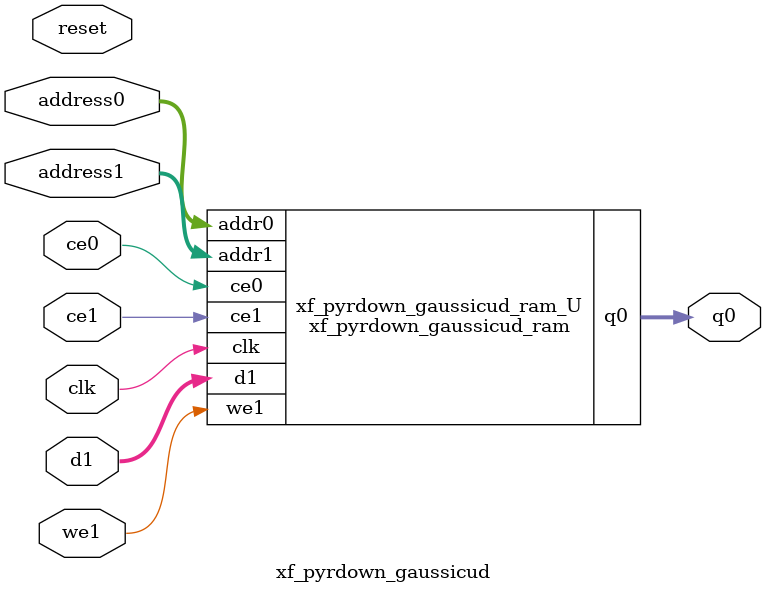
<source format=v>
`timescale 1 ns / 1 ps
module xf_pyrdown_gaussicud_ram (addr0, ce0, q0, addr1, ce1, d1, we1,  clk);

parameter DWIDTH = 8;
parameter AWIDTH = 10;
parameter MEM_SIZE = 640;

input[AWIDTH-1:0] addr0;
input ce0;
output reg[DWIDTH-1:0] q0;
input[AWIDTH-1:0] addr1;
input ce1;
input[DWIDTH-1:0] d1;
input we1;
input clk;

(* ram_style = "block" *)reg [DWIDTH-1:0] ram[0:MEM_SIZE-1];




always @(posedge clk)  
begin 
    if (ce0) 
    begin
        q0 <= ram[addr0];
    end
end


always @(posedge clk)  
begin 
    if (ce1) 
    begin
        if (we1) 
        begin 
            ram[addr1] <= d1; 
        end 
    end
end


endmodule

`timescale 1 ns / 1 ps
module xf_pyrdown_gaussicud(
    reset,
    clk,
    address0,
    ce0,
    q0,
    address1,
    ce1,
    we1,
    d1);

parameter DataWidth = 32'd8;
parameter AddressRange = 32'd640;
parameter AddressWidth = 32'd10;
input reset;
input clk;
input[AddressWidth - 1:0] address0;
input ce0;
output[DataWidth - 1:0] q0;
input[AddressWidth - 1:0] address1;
input ce1;
input we1;
input[DataWidth - 1:0] d1;



xf_pyrdown_gaussicud_ram xf_pyrdown_gaussicud_ram_U(
    .clk( clk ),
    .addr0( address0 ),
    .ce0( ce0 ),
    .q0( q0 ),
    .addr1( address1 ),
    .ce1( ce1 ),
    .we1( we1 ),
    .d1( d1 ));

endmodule


</source>
